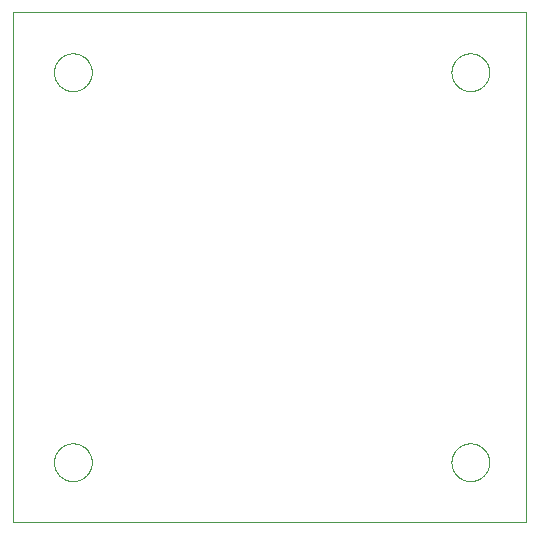
<source format=gbo>
G75*
%MOIN*%
%OFA0B0*%
%FSLAX25Y25*%
%IPPOS*%
%LPD*%
%AMOC8*
5,1,8,0,0,1.08239X$1,22.5*
%
%ADD10C,0.00000*%
D10*
X0021500Y0004000D02*
X0021500Y0173961D01*
X0192701Y0173961D01*
X0192701Y0004000D01*
X0021500Y0004000D01*
X0035201Y0024000D02*
X0035203Y0024158D01*
X0035209Y0024316D01*
X0035219Y0024474D01*
X0035233Y0024632D01*
X0035251Y0024789D01*
X0035272Y0024946D01*
X0035298Y0025102D01*
X0035328Y0025258D01*
X0035361Y0025413D01*
X0035399Y0025566D01*
X0035440Y0025719D01*
X0035485Y0025871D01*
X0035534Y0026022D01*
X0035587Y0026171D01*
X0035643Y0026319D01*
X0035703Y0026465D01*
X0035767Y0026610D01*
X0035835Y0026753D01*
X0035906Y0026895D01*
X0035980Y0027035D01*
X0036058Y0027172D01*
X0036140Y0027308D01*
X0036224Y0027442D01*
X0036313Y0027573D01*
X0036404Y0027702D01*
X0036499Y0027829D01*
X0036596Y0027954D01*
X0036697Y0028076D01*
X0036801Y0028195D01*
X0036908Y0028312D01*
X0037018Y0028426D01*
X0037131Y0028537D01*
X0037246Y0028646D01*
X0037364Y0028751D01*
X0037485Y0028853D01*
X0037608Y0028953D01*
X0037734Y0029049D01*
X0037862Y0029142D01*
X0037992Y0029232D01*
X0038125Y0029318D01*
X0038260Y0029402D01*
X0038396Y0029481D01*
X0038535Y0029558D01*
X0038676Y0029630D01*
X0038818Y0029700D01*
X0038962Y0029765D01*
X0039108Y0029827D01*
X0039255Y0029885D01*
X0039404Y0029940D01*
X0039554Y0029991D01*
X0039705Y0030038D01*
X0039857Y0030081D01*
X0040010Y0030120D01*
X0040165Y0030156D01*
X0040320Y0030187D01*
X0040476Y0030215D01*
X0040632Y0030239D01*
X0040789Y0030259D01*
X0040947Y0030275D01*
X0041104Y0030287D01*
X0041263Y0030295D01*
X0041421Y0030299D01*
X0041579Y0030299D01*
X0041737Y0030295D01*
X0041896Y0030287D01*
X0042053Y0030275D01*
X0042211Y0030259D01*
X0042368Y0030239D01*
X0042524Y0030215D01*
X0042680Y0030187D01*
X0042835Y0030156D01*
X0042990Y0030120D01*
X0043143Y0030081D01*
X0043295Y0030038D01*
X0043446Y0029991D01*
X0043596Y0029940D01*
X0043745Y0029885D01*
X0043892Y0029827D01*
X0044038Y0029765D01*
X0044182Y0029700D01*
X0044324Y0029630D01*
X0044465Y0029558D01*
X0044604Y0029481D01*
X0044740Y0029402D01*
X0044875Y0029318D01*
X0045008Y0029232D01*
X0045138Y0029142D01*
X0045266Y0029049D01*
X0045392Y0028953D01*
X0045515Y0028853D01*
X0045636Y0028751D01*
X0045754Y0028646D01*
X0045869Y0028537D01*
X0045982Y0028426D01*
X0046092Y0028312D01*
X0046199Y0028195D01*
X0046303Y0028076D01*
X0046404Y0027954D01*
X0046501Y0027829D01*
X0046596Y0027702D01*
X0046687Y0027573D01*
X0046776Y0027442D01*
X0046860Y0027308D01*
X0046942Y0027172D01*
X0047020Y0027035D01*
X0047094Y0026895D01*
X0047165Y0026753D01*
X0047233Y0026610D01*
X0047297Y0026465D01*
X0047357Y0026319D01*
X0047413Y0026171D01*
X0047466Y0026022D01*
X0047515Y0025871D01*
X0047560Y0025719D01*
X0047601Y0025566D01*
X0047639Y0025413D01*
X0047672Y0025258D01*
X0047702Y0025102D01*
X0047728Y0024946D01*
X0047749Y0024789D01*
X0047767Y0024632D01*
X0047781Y0024474D01*
X0047791Y0024316D01*
X0047797Y0024158D01*
X0047799Y0024000D01*
X0047797Y0023842D01*
X0047791Y0023684D01*
X0047781Y0023526D01*
X0047767Y0023368D01*
X0047749Y0023211D01*
X0047728Y0023054D01*
X0047702Y0022898D01*
X0047672Y0022742D01*
X0047639Y0022587D01*
X0047601Y0022434D01*
X0047560Y0022281D01*
X0047515Y0022129D01*
X0047466Y0021978D01*
X0047413Y0021829D01*
X0047357Y0021681D01*
X0047297Y0021535D01*
X0047233Y0021390D01*
X0047165Y0021247D01*
X0047094Y0021105D01*
X0047020Y0020965D01*
X0046942Y0020828D01*
X0046860Y0020692D01*
X0046776Y0020558D01*
X0046687Y0020427D01*
X0046596Y0020298D01*
X0046501Y0020171D01*
X0046404Y0020046D01*
X0046303Y0019924D01*
X0046199Y0019805D01*
X0046092Y0019688D01*
X0045982Y0019574D01*
X0045869Y0019463D01*
X0045754Y0019354D01*
X0045636Y0019249D01*
X0045515Y0019147D01*
X0045392Y0019047D01*
X0045266Y0018951D01*
X0045138Y0018858D01*
X0045008Y0018768D01*
X0044875Y0018682D01*
X0044740Y0018598D01*
X0044604Y0018519D01*
X0044465Y0018442D01*
X0044324Y0018370D01*
X0044182Y0018300D01*
X0044038Y0018235D01*
X0043892Y0018173D01*
X0043745Y0018115D01*
X0043596Y0018060D01*
X0043446Y0018009D01*
X0043295Y0017962D01*
X0043143Y0017919D01*
X0042990Y0017880D01*
X0042835Y0017844D01*
X0042680Y0017813D01*
X0042524Y0017785D01*
X0042368Y0017761D01*
X0042211Y0017741D01*
X0042053Y0017725D01*
X0041896Y0017713D01*
X0041737Y0017705D01*
X0041579Y0017701D01*
X0041421Y0017701D01*
X0041263Y0017705D01*
X0041104Y0017713D01*
X0040947Y0017725D01*
X0040789Y0017741D01*
X0040632Y0017761D01*
X0040476Y0017785D01*
X0040320Y0017813D01*
X0040165Y0017844D01*
X0040010Y0017880D01*
X0039857Y0017919D01*
X0039705Y0017962D01*
X0039554Y0018009D01*
X0039404Y0018060D01*
X0039255Y0018115D01*
X0039108Y0018173D01*
X0038962Y0018235D01*
X0038818Y0018300D01*
X0038676Y0018370D01*
X0038535Y0018442D01*
X0038396Y0018519D01*
X0038260Y0018598D01*
X0038125Y0018682D01*
X0037992Y0018768D01*
X0037862Y0018858D01*
X0037734Y0018951D01*
X0037608Y0019047D01*
X0037485Y0019147D01*
X0037364Y0019249D01*
X0037246Y0019354D01*
X0037131Y0019463D01*
X0037018Y0019574D01*
X0036908Y0019688D01*
X0036801Y0019805D01*
X0036697Y0019924D01*
X0036596Y0020046D01*
X0036499Y0020171D01*
X0036404Y0020298D01*
X0036313Y0020427D01*
X0036224Y0020558D01*
X0036140Y0020692D01*
X0036058Y0020828D01*
X0035980Y0020965D01*
X0035906Y0021105D01*
X0035835Y0021247D01*
X0035767Y0021390D01*
X0035703Y0021535D01*
X0035643Y0021681D01*
X0035587Y0021829D01*
X0035534Y0021978D01*
X0035485Y0022129D01*
X0035440Y0022281D01*
X0035399Y0022434D01*
X0035361Y0022587D01*
X0035328Y0022742D01*
X0035298Y0022898D01*
X0035272Y0023054D01*
X0035251Y0023211D01*
X0035233Y0023368D01*
X0035219Y0023526D01*
X0035209Y0023684D01*
X0035203Y0023842D01*
X0035201Y0024000D01*
X0167701Y0024000D02*
X0167703Y0024158D01*
X0167709Y0024316D01*
X0167719Y0024474D01*
X0167733Y0024632D01*
X0167751Y0024789D01*
X0167772Y0024946D01*
X0167798Y0025102D01*
X0167828Y0025258D01*
X0167861Y0025413D01*
X0167899Y0025566D01*
X0167940Y0025719D01*
X0167985Y0025871D01*
X0168034Y0026022D01*
X0168087Y0026171D01*
X0168143Y0026319D01*
X0168203Y0026465D01*
X0168267Y0026610D01*
X0168335Y0026753D01*
X0168406Y0026895D01*
X0168480Y0027035D01*
X0168558Y0027172D01*
X0168640Y0027308D01*
X0168724Y0027442D01*
X0168813Y0027573D01*
X0168904Y0027702D01*
X0168999Y0027829D01*
X0169096Y0027954D01*
X0169197Y0028076D01*
X0169301Y0028195D01*
X0169408Y0028312D01*
X0169518Y0028426D01*
X0169631Y0028537D01*
X0169746Y0028646D01*
X0169864Y0028751D01*
X0169985Y0028853D01*
X0170108Y0028953D01*
X0170234Y0029049D01*
X0170362Y0029142D01*
X0170492Y0029232D01*
X0170625Y0029318D01*
X0170760Y0029402D01*
X0170896Y0029481D01*
X0171035Y0029558D01*
X0171176Y0029630D01*
X0171318Y0029700D01*
X0171462Y0029765D01*
X0171608Y0029827D01*
X0171755Y0029885D01*
X0171904Y0029940D01*
X0172054Y0029991D01*
X0172205Y0030038D01*
X0172357Y0030081D01*
X0172510Y0030120D01*
X0172665Y0030156D01*
X0172820Y0030187D01*
X0172976Y0030215D01*
X0173132Y0030239D01*
X0173289Y0030259D01*
X0173447Y0030275D01*
X0173604Y0030287D01*
X0173763Y0030295D01*
X0173921Y0030299D01*
X0174079Y0030299D01*
X0174237Y0030295D01*
X0174396Y0030287D01*
X0174553Y0030275D01*
X0174711Y0030259D01*
X0174868Y0030239D01*
X0175024Y0030215D01*
X0175180Y0030187D01*
X0175335Y0030156D01*
X0175490Y0030120D01*
X0175643Y0030081D01*
X0175795Y0030038D01*
X0175946Y0029991D01*
X0176096Y0029940D01*
X0176245Y0029885D01*
X0176392Y0029827D01*
X0176538Y0029765D01*
X0176682Y0029700D01*
X0176824Y0029630D01*
X0176965Y0029558D01*
X0177104Y0029481D01*
X0177240Y0029402D01*
X0177375Y0029318D01*
X0177508Y0029232D01*
X0177638Y0029142D01*
X0177766Y0029049D01*
X0177892Y0028953D01*
X0178015Y0028853D01*
X0178136Y0028751D01*
X0178254Y0028646D01*
X0178369Y0028537D01*
X0178482Y0028426D01*
X0178592Y0028312D01*
X0178699Y0028195D01*
X0178803Y0028076D01*
X0178904Y0027954D01*
X0179001Y0027829D01*
X0179096Y0027702D01*
X0179187Y0027573D01*
X0179276Y0027442D01*
X0179360Y0027308D01*
X0179442Y0027172D01*
X0179520Y0027035D01*
X0179594Y0026895D01*
X0179665Y0026753D01*
X0179733Y0026610D01*
X0179797Y0026465D01*
X0179857Y0026319D01*
X0179913Y0026171D01*
X0179966Y0026022D01*
X0180015Y0025871D01*
X0180060Y0025719D01*
X0180101Y0025566D01*
X0180139Y0025413D01*
X0180172Y0025258D01*
X0180202Y0025102D01*
X0180228Y0024946D01*
X0180249Y0024789D01*
X0180267Y0024632D01*
X0180281Y0024474D01*
X0180291Y0024316D01*
X0180297Y0024158D01*
X0180299Y0024000D01*
X0180297Y0023842D01*
X0180291Y0023684D01*
X0180281Y0023526D01*
X0180267Y0023368D01*
X0180249Y0023211D01*
X0180228Y0023054D01*
X0180202Y0022898D01*
X0180172Y0022742D01*
X0180139Y0022587D01*
X0180101Y0022434D01*
X0180060Y0022281D01*
X0180015Y0022129D01*
X0179966Y0021978D01*
X0179913Y0021829D01*
X0179857Y0021681D01*
X0179797Y0021535D01*
X0179733Y0021390D01*
X0179665Y0021247D01*
X0179594Y0021105D01*
X0179520Y0020965D01*
X0179442Y0020828D01*
X0179360Y0020692D01*
X0179276Y0020558D01*
X0179187Y0020427D01*
X0179096Y0020298D01*
X0179001Y0020171D01*
X0178904Y0020046D01*
X0178803Y0019924D01*
X0178699Y0019805D01*
X0178592Y0019688D01*
X0178482Y0019574D01*
X0178369Y0019463D01*
X0178254Y0019354D01*
X0178136Y0019249D01*
X0178015Y0019147D01*
X0177892Y0019047D01*
X0177766Y0018951D01*
X0177638Y0018858D01*
X0177508Y0018768D01*
X0177375Y0018682D01*
X0177240Y0018598D01*
X0177104Y0018519D01*
X0176965Y0018442D01*
X0176824Y0018370D01*
X0176682Y0018300D01*
X0176538Y0018235D01*
X0176392Y0018173D01*
X0176245Y0018115D01*
X0176096Y0018060D01*
X0175946Y0018009D01*
X0175795Y0017962D01*
X0175643Y0017919D01*
X0175490Y0017880D01*
X0175335Y0017844D01*
X0175180Y0017813D01*
X0175024Y0017785D01*
X0174868Y0017761D01*
X0174711Y0017741D01*
X0174553Y0017725D01*
X0174396Y0017713D01*
X0174237Y0017705D01*
X0174079Y0017701D01*
X0173921Y0017701D01*
X0173763Y0017705D01*
X0173604Y0017713D01*
X0173447Y0017725D01*
X0173289Y0017741D01*
X0173132Y0017761D01*
X0172976Y0017785D01*
X0172820Y0017813D01*
X0172665Y0017844D01*
X0172510Y0017880D01*
X0172357Y0017919D01*
X0172205Y0017962D01*
X0172054Y0018009D01*
X0171904Y0018060D01*
X0171755Y0018115D01*
X0171608Y0018173D01*
X0171462Y0018235D01*
X0171318Y0018300D01*
X0171176Y0018370D01*
X0171035Y0018442D01*
X0170896Y0018519D01*
X0170760Y0018598D01*
X0170625Y0018682D01*
X0170492Y0018768D01*
X0170362Y0018858D01*
X0170234Y0018951D01*
X0170108Y0019047D01*
X0169985Y0019147D01*
X0169864Y0019249D01*
X0169746Y0019354D01*
X0169631Y0019463D01*
X0169518Y0019574D01*
X0169408Y0019688D01*
X0169301Y0019805D01*
X0169197Y0019924D01*
X0169096Y0020046D01*
X0168999Y0020171D01*
X0168904Y0020298D01*
X0168813Y0020427D01*
X0168724Y0020558D01*
X0168640Y0020692D01*
X0168558Y0020828D01*
X0168480Y0020965D01*
X0168406Y0021105D01*
X0168335Y0021247D01*
X0168267Y0021390D01*
X0168203Y0021535D01*
X0168143Y0021681D01*
X0168087Y0021829D01*
X0168034Y0021978D01*
X0167985Y0022129D01*
X0167940Y0022281D01*
X0167899Y0022434D01*
X0167861Y0022587D01*
X0167828Y0022742D01*
X0167798Y0022898D01*
X0167772Y0023054D01*
X0167751Y0023211D01*
X0167733Y0023368D01*
X0167719Y0023526D01*
X0167709Y0023684D01*
X0167703Y0023842D01*
X0167701Y0024000D01*
X0167701Y0154000D02*
X0167703Y0154158D01*
X0167709Y0154316D01*
X0167719Y0154474D01*
X0167733Y0154632D01*
X0167751Y0154789D01*
X0167772Y0154946D01*
X0167798Y0155102D01*
X0167828Y0155258D01*
X0167861Y0155413D01*
X0167899Y0155566D01*
X0167940Y0155719D01*
X0167985Y0155871D01*
X0168034Y0156022D01*
X0168087Y0156171D01*
X0168143Y0156319D01*
X0168203Y0156465D01*
X0168267Y0156610D01*
X0168335Y0156753D01*
X0168406Y0156895D01*
X0168480Y0157035D01*
X0168558Y0157172D01*
X0168640Y0157308D01*
X0168724Y0157442D01*
X0168813Y0157573D01*
X0168904Y0157702D01*
X0168999Y0157829D01*
X0169096Y0157954D01*
X0169197Y0158076D01*
X0169301Y0158195D01*
X0169408Y0158312D01*
X0169518Y0158426D01*
X0169631Y0158537D01*
X0169746Y0158646D01*
X0169864Y0158751D01*
X0169985Y0158853D01*
X0170108Y0158953D01*
X0170234Y0159049D01*
X0170362Y0159142D01*
X0170492Y0159232D01*
X0170625Y0159318D01*
X0170760Y0159402D01*
X0170896Y0159481D01*
X0171035Y0159558D01*
X0171176Y0159630D01*
X0171318Y0159700D01*
X0171462Y0159765D01*
X0171608Y0159827D01*
X0171755Y0159885D01*
X0171904Y0159940D01*
X0172054Y0159991D01*
X0172205Y0160038D01*
X0172357Y0160081D01*
X0172510Y0160120D01*
X0172665Y0160156D01*
X0172820Y0160187D01*
X0172976Y0160215D01*
X0173132Y0160239D01*
X0173289Y0160259D01*
X0173447Y0160275D01*
X0173604Y0160287D01*
X0173763Y0160295D01*
X0173921Y0160299D01*
X0174079Y0160299D01*
X0174237Y0160295D01*
X0174396Y0160287D01*
X0174553Y0160275D01*
X0174711Y0160259D01*
X0174868Y0160239D01*
X0175024Y0160215D01*
X0175180Y0160187D01*
X0175335Y0160156D01*
X0175490Y0160120D01*
X0175643Y0160081D01*
X0175795Y0160038D01*
X0175946Y0159991D01*
X0176096Y0159940D01*
X0176245Y0159885D01*
X0176392Y0159827D01*
X0176538Y0159765D01*
X0176682Y0159700D01*
X0176824Y0159630D01*
X0176965Y0159558D01*
X0177104Y0159481D01*
X0177240Y0159402D01*
X0177375Y0159318D01*
X0177508Y0159232D01*
X0177638Y0159142D01*
X0177766Y0159049D01*
X0177892Y0158953D01*
X0178015Y0158853D01*
X0178136Y0158751D01*
X0178254Y0158646D01*
X0178369Y0158537D01*
X0178482Y0158426D01*
X0178592Y0158312D01*
X0178699Y0158195D01*
X0178803Y0158076D01*
X0178904Y0157954D01*
X0179001Y0157829D01*
X0179096Y0157702D01*
X0179187Y0157573D01*
X0179276Y0157442D01*
X0179360Y0157308D01*
X0179442Y0157172D01*
X0179520Y0157035D01*
X0179594Y0156895D01*
X0179665Y0156753D01*
X0179733Y0156610D01*
X0179797Y0156465D01*
X0179857Y0156319D01*
X0179913Y0156171D01*
X0179966Y0156022D01*
X0180015Y0155871D01*
X0180060Y0155719D01*
X0180101Y0155566D01*
X0180139Y0155413D01*
X0180172Y0155258D01*
X0180202Y0155102D01*
X0180228Y0154946D01*
X0180249Y0154789D01*
X0180267Y0154632D01*
X0180281Y0154474D01*
X0180291Y0154316D01*
X0180297Y0154158D01*
X0180299Y0154000D01*
X0180297Y0153842D01*
X0180291Y0153684D01*
X0180281Y0153526D01*
X0180267Y0153368D01*
X0180249Y0153211D01*
X0180228Y0153054D01*
X0180202Y0152898D01*
X0180172Y0152742D01*
X0180139Y0152587D01*
X0180101Y0152434D01*
X0180060Y0152281D01*
X0180015Y0152129D01*
X0179966Y0151978D01*
X0179913Y0151829D01*
X0179857Y0151681D01*
X0179797Y0151535D01*
X0179733Y0151390D01*
X0179665Y0151247D01*
X0179594Y0151105D01*
X0179520Y0150965D01*
X0179442Y0150828D01*
X0179360Y0150692D01*
X0179276Y0150558D01*
X0179187Y0150427D01*
X0179096Y0150298D01*
X0179001Y0150171D01*
X0178904Y0150046D01*
X0178803Y0149924D01*
X0178699Y0149805D01*
X0178592Y0149688D01*
X0178482Y0149574D01*
X0178369Y0149463D01*
X0178254Y0149354D01*
X0178136Y0149249D01*
X0178015Y0149147D01*
X0177892Y0149047D01*
X0177766Y0148951D01*
X0177638Y0148858D01*
X0177508Y0148768D01*
X0177375Y0148682D01*
X0177240Y0148598D01*
X0177104Y0148519D01*
X0176965Y0148442D01*
X0176824Y0148370D01*
X0176682Y0148300D01*
X0176538Y0148235D01*
X0176392Y0148173D01*
X0176245Y0148115D01*
X0176096Y0148060D01*
X0175946Y0148009D01*
X0175795Y0147962D01*
X0175643Y0147919D01*
X0175490Y0147880D01*
X0175335Y0147844D01*
X0175180Y0147813D01*
X0175024Y0147785D01*
X0174868Y0147761D01*
X0174711Y0147741D01*
X0174553Y0147725D01*
X0174396Y0147713D01*
X0174237Y0147705D01*
X0174079Y0147701D01*
X0173921Y0147701D01*
X0173763Y0147705D01*
X0173604Y0147713D01*
X0173447Y0147725D01*
X0173289Y0147741D01*
X0173132Y0147761D01*
X0172976Y0147785D01*
X0172820Y0147813D01*
X0172665Y0147844D01*
X0172510Y0147880D01*
X0172357Y0147919D01*
X0172205Y0147962D01*
X0172054Y0148009D01*
X0171904Y0148060D01*
X0171755Y0148115D01*
X0171608Y0148173D01*
X0171462Y0148235D01*
X0171318Y0148300D01*
X0171176Y0148370D01*
X0171035Y0148442D01*
X0170896Y0148519D01*
X0170760Y0148598D01*
X0170625Y0148682D01*
X0170492Y0148768D01*
X0170362Y0148858D01*
X0170234Y0148951D01*
X0170108Y0149047D01*
X0169985Y0149147D01*
X0169864Y0149249D01*
X0169746Y0149354D01*
X0169631Y0149463D01*
X0169518Y0149574D01*
X0169408Y0149688D01*
X0169301Y0149805D01*
X0169197Y0149924D01*
X0169096Y0150046D01*
X0168999Y0150171D01*
X0168904Y0150298D01*
X0168813Y0150427D01*
X0168724Y0150558D01*
X0168640Y0150692D01*
X0168558Y0150828D01*
X0168480Y0150965D01*
X0168406Y0151105D01*
X0168335Y0151247D01*
X0168267Y0151390D01*
X0168203Y0151535D01*
X0168143Y0151681D01*
X0168087Y0151829D01*
X0168034Y0151978D01*
X0167985Y0152129D01*
X0167940Y0152281D01*
X0167899Y0152434D01*
X0167861Y0152587D01*
X0167828Y0152742D01*
X0167798Y0152898D01*
X0167772Y0153054D01*
X0167751Y0153211D01*
X0167733Y0153368D01*
X0167719Y0153526D01*
X0167709Y0153684D01*
X0167703Y0153842D01*
X0167701Y0154000D01*
X0035201Y0154000D02*
X0035203Y0154158D01*
X0035209Y0154316D01*
X0035219Y0154474D01*
X0035233Y0154632D01*
X0035251Y0154789D01*
X0035272Y0154946D01*
X0035298Y0155102D01*
X0035328Y0155258D01*
X0035361Y0155413D01*
X0035399Y0155566D01*
X0035440Y0155719D01*
X0035485Y0155871D01*
X0035534Y0156022D01*
X0035587Y0156171D01*
X0035643Y0156319D01*
X0035703Y0156465D01*
X0035767Y0156610D01*
X0035835Y0156753D01*
X0035906Y0156895D01*
X0035980Y0157035D01*
X0036058Y0157172D01*
X0036140Y0157308D01*
X0036224Y0157442D01*
X0036313Y0157573D01*
X0036404Y0157702D01*
X0036499Y0157829D01*
X0036596Y0157954D01*
X0036697Y0158076D01*
X0036801Y0158195D01*
X0036908Y0158312D01*
X0037018Y0158426D01*
X0037131Y0158537D01*
X0037246Y0158646D01*
X0037364Y0158751D01*
X0037485Y0158853D01*
X0037608Y0158953D01*
X0037734Y0159049D01*
X0037862Y0159142D01*
X0037992Y0159232D01*
X0038125Y0159318D01*
X0038260Y0159402D01*
X0038396Y0159481D01*
X0038535Y0159558D01*
X0038676Y0159630D01*
X0038818Y0159700D01*
X0038962Y0159765D01*
X0039108Y0159827D01*
X0039255Y0159885D01*
X0039404Y0159940D01*
X0039554Y0159991D01*
X0039705Y0160038D01*
X0039857Y0160081D01*
X0040010Y0160120D01*
X0040165Y0160156D01*
X0040320Y0160187D01*
X0040476Y0160215D01*
X0040632Y0160239D01*
X0040789Y0160259D01*
X0040947Y0160275D01*
X0041104Y0160287D01*
X0041263Y0160295D01*
X0041421Y0160299D01*
X0041579Y0160299D01*
X0041737Y0160295D01*
X0041896Y0160287D01*
X0042053Y0160275D01*
X0042211Y0160259D01*
X0042368Y0160239D01*
X0042524Y0160215D01*
X0042680Y0160187D01*
X0042835Y0160156D01*
X0042990Y0160120D01*
X0043143Y0160081D01*
X0043295Y0160038D01*
X0043446Y0159991D01*
X0043596Y0159940D01*
X0043745Y0159885D01*
X0043892Y0159827D01*
X0044038Y0159765D01*
X0044182Y0159700D01*
X0044324Y0159630D01*
X0044465Y0159558D01*
X0044604Y0159481D01*
X0044740Y0159402D01*
X0044875Y0159318D01*
X0045008Y0159232D01*
X0045138Y0159142D01*
X0045266Y0159049D01*
X0045392Y0158953D01*
X0045515Y0158853D01*
X0045636Y0158751D01*
X0045754Y0158646D01*
X0045869Y0158537D01*
X0045982Y0158426D01*
X0046092Y0158312D01*
X0046199Y0158195D01*
X0046303Y0158076D01*
X0046404Y0157954D01*
X0046501Y0157829D01*
X0046596Y0157702D01*
X0046687Y0157573D01*
X0046776Y0157442D01*
X0046860Y0157308D01*
X0046942Y0157172D01*
X0047020Y0157035D01*
X0047094Y0156895D01*
X0047165Y0156753D01*
X0047233Y0156610D01*
X0047297Y0156465D01*
X0047357Y0156319D01*
X0047413Y0156171D01*
X0047466Y0156022D01*
X0047515Y0155871D01*
X0047560Y0155719D01*
X0047601Y0155566D01*
X0047639Y0155413D01*
X0047672Y0155258D01*
X0047702Y0155102D01*
X0047728Y0154946D01*
X0047749Y0154789D01*
X0047767Y0154632D01*
X0047781Y0154474D01*
X0047791Y0154316D01*
X0047797Y0154158D01*
X0047799Y0154000D01*
X0047797Y0153842D01*
X0047791Y0153684D01*
X0047781Y0153526D01*
X0047767Y0153368D01*
X0047749Y0153211D01*
X0047728Y0153054D01*
X0047702Y0152898D01*
X0047672Y0152742D01*
X0047639Y0152587D01*
X0047601Y0152434D01*
X0047560Y0152281D01*
X0047515Y0152129D01*
X0047466Y0151978D01*
X0047413Y0151829D01*
X0047357Y0151681D01*
X0047297Y0151535D01*
X0047233Y0151390D01*
X0047165Y0151247D01*
X0047094Y0151105D01*
X0047020Y0150965D01*
X0046942Y0150828D01*
X0046860Y0150692D01*
X0046776Y0150558D01*
X0046687Y0150427D01*
X0046596Y0150298D01*
X0046501Y0150171D01*
X0046404Y0150046D01*
X0046303Y0149924D01*
X0046199Y0149805D01*
X0046092Y0149688D01*
X0045982Y0149574D01*
X0045869Y0149463D01*
X0045754Y0149354D01*
X0045636Y0149249D01*
X0045515Y0149147D01*
X0045392Y0149047D01*
X0045266Y0148951D01*
X0045138Y0148858D01*
X0045008Y0148768D01*
X0044875Y0148682D01*
X0044740Y0148598D01*
X0044604Y0148519D01*
X0044465Y0148442D01*
X0044324Y0148370D01*
X0044182Y0148300D01*
X0044038Y0148235D01*
X0043892Y0148173D01*
X0043745Y0148115D01*
X0043596Y0148060D01*
X0043446Y0148009D01*
X0043295Y0147962D01*
X0043143Y0147919D01*
X0042990Y0147880D01*
X0042835Y0147844D01*
X0042680Y0147813D01*
X0042524Y0147785D01*
X0042368Y0147761D01*
X0042211Y0147741D01*
X0042053Y0147725D01*
X0041896Y0147713D01*
X0041737Y0147705D01*
X0041579Y0147701D01*
X0041421Y0147701D01*
X0041263Y0147705D01*
X0041104Y0147713D01*
X0040947Y0147725D01*
X0040789Y0147741D01*
X0040632Y0147761D01*
X0040476Y0147785D01*
X0040320Y0147813D01*
X0040165Y0147844D01*
X0040010Y0147880D01*
X0039857Y0147919D01*
X0039705Y0147962D01*
X0039554Y0148009D01*
X0039404Y0148060D01*
X0039255Y0148115D01*
X0039108Y0148173D01*
X0038962Y0148235D01*
X0038818Y0148300D01*
X0038676Y0148370D01*
X0038535Y0148442D01*
X0038396Y0148519D01*
X0038260Y0148598D01*
X0038125Y0148682D01*
X0037992Y0148768D01*
X0037862Y0148858D01*
X0037734Y0148951D01*
X0037608Y0149047D01*
X0037485Y0149147D01*
X0037364Y0149249D01*
X0037246Y0149354D01*
X0037131Y0149463D01*
X0037018Y0149574D01*
X0036908Y0149688D01*
X0036801Y0149805D01*
X0036697Y0149924D01*
X0036596Y0150046D01*
X0036499Y0150171D01*
X0036404Y0150298D01*
X0036313Y0150427D01*
X0036224Y0150558D01*
X0036140Y0150692D01*
X0036058Y0150828D01*
X0035980Y0150965D01*
X0035906Y0151105D01*
X0035835Y0151247D01*
X0035767Y0151390D01*
X0035703Y0151535D01*
X0035643Y0151681D01*
X0035587Y0151829D01*
X0035534Y0151978D01*
X0035485Y0152129D01*
X0035440Y0152281D01*
X0035399Y0152434D01*
X0035361Y0152587D01*
X0035328Y0152742D01*
X0035298Y0152898D01*
X0035272Y0153054D01*
X0035251Y0153211D01*
X0035233Y0153368D01*
X0035219Y0153526D01*
X0035209Y0153684D01*
X0035203Y0153842D01*
X0035201Y0154000D01*
M02*

</source>
